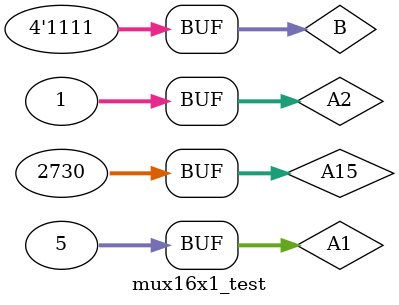
<source format=v>
module mux16x1_test;
reg [31:0] A0,A1,A2,A3,A4,A5,A6,A7,A8,A9,A10,A11,A12,A13,A14,A15;
reg [3:0] B; //select
wire [31:0] C; // output

initial
begin
A2 = 32'b1;
A1 = 32'b101;
A15 = 32'b101010101010;
B = 4'b0010; 
#10 B = 4'b0001;
#10 B = 4'b1111;

end 

initial
begin
$monitor($time, " sel=%b, Out=%b",B,C);
end

mux16x1 mult(A0,A1,A2,A3,A4,A5,A6,A7,A8,A9,A10,A11,A12,A13,A14,A15,B,C);

endmodule

</source>
